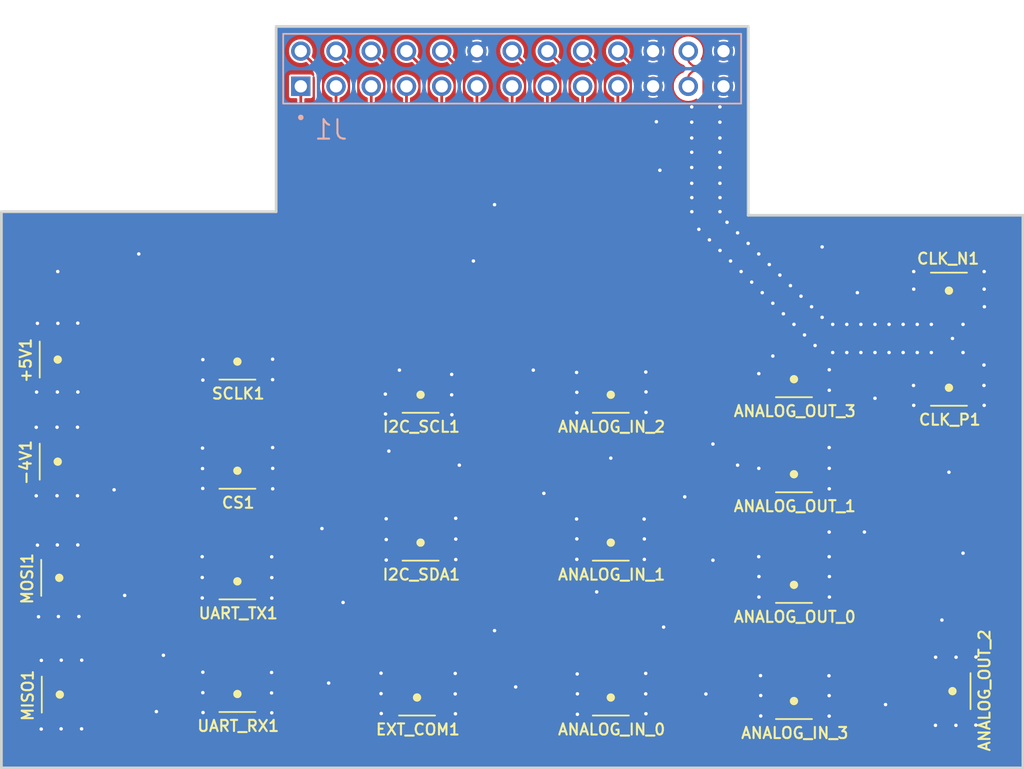
<source format=kicad_pcb>
(kicad_pcb (version 20240108) (generator "pcbnew") (generator_version "8.0")
  (layers (0 "F.Cu" signal) (1 "In1.Cu" signal) (2 "In2.Cu" signal) (31 "B.Cu" signal) (34 "B.Paste" user) (35 "F.Paste" user) (36 "B.SilkS" user "B.Silkscreen") (37 "F.SilkS" user "F.Silkscreen") (38 "B.Mask" user) (39 "F.Mask" user) (44 "Edge.Cuts" user))
  (net 0 "")
  (net 1 "GND")
  (net 2 "/CLK_N")
  (net 3 "/CLK_P")
  (net 4 "/miso")
  (net 5 "/ext_com")
  (net 6 "/cs")
  (net 7 "/uart_rx")
  (net 8 "/ao1")
  (net 9 "/ai3")
  (net 10 "/i2c_sda")
  (net 11 "/ao3")
  (net 12 "/ao2")
  (net 13 "/m4v")
  (net 14 "/i2c_scl")
  (net 15 "/p5v")
  (net 16 "/mosi")
  (net 17 "/sclk")
  (net 18 "/uart_tx")
  (net 19 "/ai2")
  (net 20 "/ao0")
  (net 21 "/ai1")
  (net 22 "/ai0")
  (footprint "U:HRS_U.FL-R-SMT-1(10)" (layer "F.Cu") (at 153.67 50.184 180)
    (property "Reference" "ANALOG_OUT_1")
    (property "Value" "U.FL-R-SMT-1(10)" (hide yes))
  )
  (footprint "U:HRS_U.FL-R-SMT-1(10)" (layer "F.Cu") (at 100.584 41.91 90)
    (property "Reference" "+5V1")
    (property "Value" "U.FL-R-SMT-1(10)" (hide yes))
  )
  (footprint "U:HRS_U.FL-R-SMT-1(10)" (layer "F.Cu") (at 126.746 55.118 180)
    (property "Reference" "I2C_SDA1")
    (property "Value" "U.FL-R-SMT-1(10)" (hide yes))
  )
  (footprint "U:HRS_U.FL-R-SMT-1(10)" (layer "F.Cu") (at 153.67 66.548 180)
    (property "Reference" "ANALOG_IN_3")
    (property "Value" "U.FL-R-SMT-1(10)" (hide yes))
  )
  (footprint "U:HRS_U.FL-R-SMT-1(10)" (layer "F.Cu") (at 100.584 49.276 90)
    (property "Reference" "-4V1")
    (property "Value" "U.FL-R-SMT-1(10)" (hide yes))
  )
  (footprint "U:HRS_U.FL-R-SMT-1(10)" (layer "F.Cu") (at 113.538 66.04 180)
    (property "Reference" "UART_RX1")
    (property "Value" "U.FL-R-SMT-1(10)" (hide yes))
  )
  (footprint "U:HRS_U.FL-R-SMT-1(10)" (layer "F.Cu") (at 140.462 66.294 180)
    (property "Reference" "ANALOG_IN_0")
    (property "Value" "U.FL-R-SMT-1(10)" (hide yes))
  )
  (footprint "U:HRS_U.FL-R-SMT-1(10)" (layer "F.Cu") (at 113.538 57.912 180)
    (property "Reference" "UART_TX1")
    (property "Value" "U.FL-R-SMT-1(10)" (hide yes))
  )
  (footprint "U:HRS_U.FL-R-SMT-1(10)" (layer "F.Cu") (at 126.492 66.294 180)
    (property "Reference" "EXT_COM1")
    (property "Value" "U.FL-R-SMT-1(10)" (hide yes))
  )
  (footprint "U:HRS_U.FL-R-SMT-1(10)" (layer "F.Cu") (at 100.692 57.658 90)
    (property "Reference" "MOSI1")
    (property "Value" "U.FL-R-SMT-1(10)" (hide yes))
  )
  (footprint "U:HRS_U.FL-R-SMT-1(10)" (layer "F.Cu") (at 140.462 55.118 180)
    (property "Reference" "ANALOG_IN_1")
    (property "Value" "U.FL-R-SMT-1(10)" (hide yes))
  )
  (footprint "U:HRS_U.FL-R-SMT-1(10)" (layer "F.Cu") (at 140.462 44.45 180)
    (property "Reference" "ANALOG_IN_2")
    (property "Value" "U.FL-R-SMT-1(10)" (hide yes))
  )
  (footprint "U:HRS_U.FL-R-SMT-1(10)" (layer "F.Cu") (at 164.846 36.938)
    (property "Reference" "CLK_N1")
    (property "Value" "U.FL-R-SMT-1(10)" (hide yes))
  )
  (footprint "U:HRS_U.FL-R-SMT-1(10)" (layer "F.Cu") (at 165.1 65.835 -90)
    (property "Reference" "ANALOG_OUT_2")
    (property "Value" "U.FL-R-SMT-1(10)" (hide yes))
  )
  (footprint "U:HRS_U.FL-R-SMT-1(10)" (layer "F.Cu") (at 113.538 49.93 180)
    (property "Reference" "CS1")
    (property "Value" "U.FL-R-SMT-1(10)" (hide yes))
  )
  (footprint "U:HRS_U.FL-R-SMT-1(10)" (layer "F.Cu") (at 153.67 58.166 180)
    (property "Reference" "ANALOG_OUT_0")
    (property "Value" "U.FL-R-SMT-1(10)" (hide yes))
  )
  (footprint "U:HRS_U.FL-R-SMT-1(10)" (layer "F.Cu") (at 100.733 66.083 90)
    (property "Reference" "MISO1")
    (property "Value" "U.FL-R-SMT-1(10)" (hide yes))
  )
  (footprint "U:HRS_U.FL-R-SMT-1(10)" (layer "F.Cu") (at 153.67 43.326 180)
    (property "Reference" "ANALOG_OUT_3")
    (property "Value" "U.FL-R-SMT-1(10)" (hide yes))
  )
  (footprint "U:HRS_U.FL-R-SMT-1(10)" (layer "F.Cu") (at 164.846 43.942 180)
    (property "Reference" "CLK_P1")
    (property "Value" "U.FL-R-SMT-1(10)" (hide yes))
  )
  (footprint "U:HRS_U.FL-R-SMT-1(10)" (layer "F.Cu") (at 113.538 42.056 180)
    (property "Reference" "SCLK1")
    (property "Value" "U.FL-R-SMT-1(10)" (hide yes))
  )
  (footprint "U:HRS_U.FL-R-SMT-1(10)" (layer "F.Cu") (at 126.746 44.45 180)
    (property "Reference" "I2C_SCL1")
    (property "Value" "U.FL-R-SMT-1(10)" (hide yes))
  )
  (footprint "6-534206-3:TE_6-534206-3" (layer "B.Cu") (at 133.35 20.924)
    (property "Reference" "J1")
    (property "Value" "6-534206-3")
  )
  (gr_line (start 96.52 31.242) (end 96.52 71.374) (stroke (width 0.2)) (layer "Edge.Cuts"))
  (gr_line (start 170.18 71.374) (end 170.18 31.496) (stroke (width 0.2)) (layer "Edge.Cuts"))
  (gr_line (start 96.52 71.374) (end 170.18 71.374) (stroke (width 0.2)) (layer "Edge.Cuts"))
  (gr_line (start 116.332 17.876) (end 116.332 31.242) (stroke (width 0.2)) (layer "Edge.Cuts"))
  (gr_line (start 96.52 31.242) (end 116.332 31.242) (stroke (width 0.2)) (layer "Edge.Cuts"))
  (gr_line (start 150.368 17.876) (end 116.332 17.876) (stroke (width 0.2)) (layer "Edge.Cuts"))
  (gr_line (start 150.368 31.496) (end 170.18 31.496) (stroke (width 0.2)) (layer "Edge.Cuts"))
  (gr_line (start 150.368 17.876) (end 150.368 31.496) (stroke (width 0.2)) (layer "Edge.Cuts"))
  (via (at 152.146 37.846) (size 0.6) (drill 0.25) (layers "F.Cu" "B.Cu") (net 1))
  (via (at 135.636 51.562) (size 0.6) (drill 0.25) (layers "F.Cu" "B.Cu") (net 1))
  (via (at 162.306 45.212) (size 0.6) (drill 0.25) (layers "F.Cu" "B.Cu") (net 1))
  (via (at 102.108 60.452) (size 0.6) (drill 0.25) (layers "F.Cu" "B.Cu") (net 1))
  (via (at 100.837 63.6) (size 0.6) (drill 0.25) (layers "F.Cu" "B.Cu") (net 1))
  (via (at 148.33 29.19) (size 0.6) (drill 0.25) (layers "F.Cu" "B.Cu") (net 1))
  (via (at 150.622 36.322) (size 0.6) (drill 0.25) (layers "F.Cu" "B.Cu") (net 1))
  (via (at 147.32 66.04) (size 0.6) (drill 0.25) (layers "F.Cu" "B.Cu") (net 1))
  (via (at 140.462 49.022) (size 0.6) (drill 0.25) (layers "F.Cu" "B.Cu") (net 1))
  (via (at 161.544 41.402) (size 0.6) (drill 0.25) (layers "F.Cu" "B.Cu") (net 1))
  (via (at 165.862 41.402) (size 0.6) (drill 0.25) (layers "F.Cu" "B.Cu") (net 1))
  (via (at 138.012 56.324) (size 0.6) (drill 0.25) (layers "F.Cu" "B.Cu") (net 1))
  (via (at 165.862 55.88) (size 0.6) (drill 0.25) (layers "F.Cu" "B.Cu") (net 1))
  (via (at 151.892 35.052) (size 0.6) (drill 0.25) (layers "F.Cu" "B.Cu") (net 1))
  (via (at 129.261 67.4686) (size 0.6) (drill 0.25) (layers "F.Cu" "B.Cu") (net 1))
  (via (at 129.281 53.3636) (size 0.6) (drill 0.25) (layers "F.Cu" "B.Cu") (net 1))
  (via (at 146.298 26.95) (size 0.6) (drill 0.25) (layers "F.Cu" "B.Cu") (net 1))
  (via (at 99.198 60.467) (size 0.6) (drill 0.25) (layers "F.Cu" "B.Cu") (net 1))
  (via (at 163.576 39.37) (size 0.6) (drill 0.25) (layers "F.Cu" "B.Cu") (net 1))
  (via (at 111.047 41.915) (size 0.6) (drill 0.25) (layers "F.Cu" "B.Cu") (net 1))
  (via (at 100.584 35.56) (size 0.6) (drill 0.25) (layers "F.Cu" "B.Cu") (net 1))
  (via (at 100.827 68.555) (size 0.6) (drill 0.25) (layers "F.Cu" "B.Cu") (net 1))
  (via (at 99.402 63.615) (size 0.6) (drill 0.25) (layers "F.Cu" "B.Cu") (net 1))
  (via (at 107.696 67.31) (size 0.6) (drill 0.25) (layers "F.Cu" "B.Cu") (net 1))
  (via (at 129.246 66.0336) (size 0.6) (drill 0.25) (layers "F.Cu" "B.Cu") (net 1))
  (via (at 156.215 42.648) (size 0.6) (drill 0.25) (layers "F.Cu" "B.Cu") (net 1))
  (via (at 147.828 56.388) (size 0.6) (drill 0.25) (layers "F.Cu" "B.Cu") (net 1))
  (via (at 116.001 64.4886) (size 0.6) (drill 0.25) (layers "F.Cu" "B.Cu") (net 1))
  (via (at 116.018 57.643) (size 0.6) (drill 0.25) (layers "F.Cu" "B.Cu") (net 1))
  (via (at 102.008 46.791) (size 0.6) (drill 0.25) (layers "F.Cu" "B.Cu") (net 1))
  (via (at 116.083 51.235) (size 0.6) (drill 0.25) (layers "F.Cu" "B.Cu") (net 1))
  (via (at 99.033 46.796) (size 0.6) (drill 0.25) (layers "F.Cu" "B.Cu") (net 1))
  (via (at 116.013 56.143) (size 0.6) (drill 0.25) (layers "F.Cu" "B.Cu") (net 1))
  (via (at 144.272 61.214) (size 0.6) (drill 0.25) (layers "F.Cu" "B.Cu") (net 1))
  (via (at 162.56 41.402) (size 0.6) (drill 0.25) (layers "F.Cu" "B.Cu") (net 1))
  (via (at 150.368 33.528) (size 0.6) (drill 0.25) (layers "F.Cu" "B.Cu") (net 1))
  (via (at 167.386 45.212) (size 0.6) (drill 0.25) (layers "F.Cu" "B.Cu") (net 1))
  (via (at 151.259 64.715) (size 0.6) (drill 0.25) (layers "F.Cu" "B.Cu") (net 1))
  (via (at 151.145 59.044) (size 0.6) (drill 0.25) (layers "F.Cu" "B.Cu") (net 1))
  (via (at 156.209 66.16) (size 0.6) (drill 0.25) (layers "F.Cu" "B.Cu") (net 1))
  (via (at 163.884 63.3868) (size 0.6) (drill 0.25) (layers "F.Cu" "B.Cu") (net 1))
  (via (at 102.03 55.285) (size 0.6) (drill 0.25) (layers "F.Cu" "B.Cu") (net 1))
  (via (at 148.33 25.92) (size 0.6) (drill 0.25) (layers "F.Cu" "B.Cu") (net 1))
  (via (at 146.298 28.05) (size 0.6) (drill 0.25) (layers "F.Cu" "B.Cu") (net 1))
  (via (at 144 28.25) (size 0.6) (drill 0.25) (layers "F.Cu" "B.Cu") (net 1))
  (via (at 116.083 49.76) (size 0.6) (drill 0.25) (layers "F.Cu" "B.Cu") (net 1))
  (via (at 158.496 41.402) (size 0.6) (drill 0.25) (layers "F.Cu" "B.Cu") (net 1))
  (via (at 129.286 56.3386) (size 0.6) (drill 0.25) (layers "F.Cu" "B.Cu") (net 1))
  (via (at 102.033 44.251) (size 0.6) (drill 0.25) (layers "F.Cu" "B.Cu") (net 1))
  (via (at 111.046 64.4686) (size 0.6) (drill 0.25) (layers "F.Cu" "B.Cu") (net 1))
  (via (at 124.271 54.8986) (size 0.6) (drill 0.25) (layers "F.Cu" "B.Cu") (net 1))
  (via (at 156.464 41.402) (size 0.6) (drill 0.25) (layers "F.Cu" "B.Cu") (net 1))
  (via (at 137.997 53.414) (size 0.6) (drill 0.25) (layers "F.Cu" "B.Cu") (net 1))
  (via (at 124.46 48.514) (size 0.6) (drill 0.25) (layers "F.Cu" "B.Cu") (net 1))
  (via (at 99.058 44.256) (size 0.6) (drill 0.25) (layers "F.Cu" "B.Cu") (net 1))
  (via (at 151.145 57.569) (size 0.6) (drill 0.25) (layers "F.Cu" "B.Cu") (net 1))
  (via (at 154.94 38.1) (size 0.6) (drill 0.25) (layers "F.Cu" "B.Cu") (net 1))
  (via (at 153.416 36.576) (size 0.6) (drill 0.25) (layers "F.Cu" "B.Cu") (net 1))
  (via (at 108.204 63.246) (size 0.6) (drill 0.25) (layers "F.Cu" "B.Cu") (net 1))
  (via (at 153.67 39.37) (size 0.6) (drill 0.25) (layers "F.Cu" "B.Cu") (net 1))
  (via (at 129.286 54.8636) (size 0.6) (drill 0.25) (layers "F.Cu" "B.Cu") (net 1))
  (via (at 148.336 31.242) (size 0.6) (drill 0.25) (layers "F.Cu" "B.Cu") (net 1))
  (via (at 151.13 34.29) (size 0.6) (drill 0.25) (layers "F.Cu" "B.Cu") (net 1))
  (via (at 129.246 64.5586) (size 0.6) (drill 0.25) (layers "F.Cu" "B.Cu") (net 1))
  (via (at 148.33 26.95) (size 0.6) (drill 0.25) (layers "F.Cu" "B.Cu") (net 1))
  (via (at 158.75 54.356) (size 0.6) (drill 0.25) (layers "F.Cu" "B.Cu") (net 1))
  (via (at 156.194 64.725) (size 0.6) (drill 0.25) (layers "F.Cu" "B.Cu") (net 1))
  (via (at 120.118092 65.250947) (size 0.6) (drill 0.25) (layers "F.Cu" "B.Cu") (net 1))
  (via (at 129.004 45.89) (size 0.6) (drill 0.25) (layers "F.Cu" "B.Cu") (net 1))
  (via (at 102.302 68.555) (size 0.6) (drill 0.25) (layers "F.Cu" "B.Cu") (net 1))
  (via (at 148.336 30.226) (size 0.6) (drill 0.25) (layers "F.Cu" "B.Cu") (net 1))
  (via (at 142.882 56.329) (size 0.6) (drill 0.25) (layers "F.Cu" "B.Cu") (net 1))
  (via (at 165.349 68.3018) (size 0.6) (drill 0.25) (layers "F.Cu" "B.Cu") (net 1))
  (via (at 111.003 59.109) (size 0.6) (drill 0.25) (layers "F.Cu" "B.Cu") (net 1))
  (via (at 167.401 38.1) (size 0.6) (drill 0.25) (layers "F.Cu" "B.Cu") (net 1))
  (via (at 155.702 38.862) (size 0.6) (drill 0.25) (layers "F.Cu" "B.Cu") (net 1))
  (via (at 156.209 67.635) (size 0.6) (drill 0.25) (layers "F.Cu" "B.Cu") (net 1))
  (via (at 99.12 55.3) (size 0.6) (drill 0.25) (layers "F.Cu" "B.Cu") (net 1))
  (via (at 166.794 63.3718) (size 0.6) (drill 0.25) (layers "F.Cu" "B.Cu") (net 1))
  (via (at 163.874 68.3018) (size 0.6) (drill 0.25) (layers "F.Cu" "B.Cu") (net 1))
  (via (at 149.606 32.766) (size 0.6) (drill 0.25) (layers "F.Cu" "B.Cu") (net 1))
  (via (at 164.846 50.038) (size 0.6) (drill 0.25) (layers "F.Cu" "B.Cu") (net 1))
  (via (at 156.215 49.76) (size 0.6) (drill 0.25) (layers "F.Cu" "B.Cu") (net 1))
  (via (at 99.392 68.57) (size 0.6) (drill 0.25) (layers "F.Cu" "B.Cu") (net 1))
  (via (at 162.306 35.56) (size 0.6) (drill 0.25) (layers "F.Cu" "B.Cu") (net 1))
  (via (at 128.989 44.455) (size 0.6) (drill 0.25) (layers "F.Cu" "B.Cu") (net 1))
  (via (at 152.908 38.608) (size 0.6) (drill 0.25) (layers "F.Cu" "B.Cu") (net 1))
  (via (at 160.528 41.402) (size 0.6) (drill 0.25) (layers "F.Cu" "B.Cu") (net 1))
  (via (at 124.271 56.3736) (size 0.6) (drill 0.25) (layers "F.Cu" "B.Cu") (net 1))
  (via (at 110.998 56.134) (size 0.6) (drill 0.25) (layers "F.Cu" "B.Cu") (net 1))
  (via (at 111.023 48.299) (size 0.6) (drill 0.25) (layers "F.Cu" "B.Cu") (net 1))
  (via (at 146.304 30.226) (size 0.6) (drill 0.25) (layers "F.Cu" "B.Cu") (net 1))
  (via (at 148.844 32.004) (size 0.6) (drill 0.25) (layers "F.Cu" "B.Cu") (net 1))
  (via (at 129.54 49.53) (size 0.6) (drill 0.25) (layers "F.Cu" "B.Cu") (net 1))
  (via (at 121.158 59.436) (size 0.6) (drill 0.25) (layers "F.Cu" "B.Cu") (net 1))
  (via (at 156.464 39.37) (size 0.6) (drill 0.25) (layers "F.Cu" "B.Cu") (net 1))
  (via (at 165.1 40.386) (size 0.6) (drill 0.25) (layers "F.Cu" "B.Cu") (net 1))
  (via (at 142.882 54.854) (size 0.6) (drill 0.25) (layers "F.Cu" "B.Cu") (net 1))
  (via (at 160.274 66.802) (size 0.6) (drill 0.25) (layers "F.Cu" "B.Cu") (net 1))
  (via (at 149.098 34.798) (size 0.6) (drill 0.25) (layers "F.Cu" "B.Cu") (net 1))
  (via (at 100.555 55.285) (size 0.6) (drill 0.25) (layers "F.Cu" "B.Cu") (net 1))
  (via (at 156.215 44.123) (size 0.6) (drill 0.25) (layers "F.Cu" "B.Cu") (net 1))
  (via (at 148.33 24.78) (size 0.6) (drill 0.25) (layers "F.Cu" "B.Cu") (net 1))
  (via (at 165.862 39.37) (size 0.6) (drill 0.25) (layers "F.Cu" "B.Cu") (net 1))
  (via (at 104.648 51.308) (size 0.6) (drill 0.25) (layers "F.Cu" "B.Cu") (net 1))
  (via (at 154.178 37.338) (size 0.6) (drill 0.25) (layers "F.Cu" "B.Cu") (net 1))
  (via (at 123.896 66.0136) (size 0.6) (drill 0.25) (layers "F.Cu" "B.Cu") (net 1))
  (via (at 138.041 64.595) (size 0.6) (drill 0.25) (layers "F.Cu" "B.Cu") (net 1))
  (via (at 128.989 42.98) (size 0.6) (drill 0.25) (layers "F.Cu" "B.Cu") (net 1))
  (via (at 156.215 51.235) (size 0.6) (drill 0.25) (layers "F.Cu" "B.Cu") (net 1))
  (via (at 142.981 64.555) (size 0.6) (drill 0.25) (layers "F.Cu" "B.Cu") (net 1))
  (via (at 124.266 53.3986) (size 0.6) (drill 0.25) (layers "F.Cu" "B.Cu") (net 1))
  (via (at 138.012 45.7476) (size 0.6) (drill 0.25) (layers "F.Cu" "B.Cu") (net 1))
  (via (at 156.225 59.044) (size 0.6) (drill 0.25) (layers "F.Cu" "B.Cu") (net 1))
  (via (at 162.306 36.83) (size 0.6) (drill 0.25) (layers "F.Cu" "B.Cu") (net 1))
  (via (at 161.544 39.37) (size 0.6) (drill 0.25) (layers "F.Cu" "B.Cu") (net 1))
  (via (at 162.56 39.37) (size 0.6) (drill 0.25) (layers "F.Cu" "B.Cu") (net 1))
  (via (at 116.077 43.36) (size 0.6) (drill 0.25) (layers "F.Cu" "B.Cu") (net 1))
  (via (at 132.08 30.734) (size 0.6) (drill 0.25) (layers "F.Cu" "B.Cu") (net 1))
  (via (at 151.274 67.625) (size 0.6) (drill 0.25) (layers "F.Cu" "B.Cu") (net 1))
  (via (at 156.21 54.356) (size 0.6) (drill 0.25) (layers "F.Cu" "B.Cu") (net 1))
  (via (at 149.606 49.53) (size 0.6) (drill 0.25) (layers "F.Cu" "B.Cu") (net 1))
  (via (at 146.298 23.68) (size 0.6) (drill 0.25) (layers "F.Cu" "B.Cu") (net 1))
  (via (at 159.512 39.37) (size 0.6) (drill 0.25) (layers "F.Cu" "B.Cu") (net 1))
  (via (at 167.386 35.56) (size 0.6) (drill 0.25) (layers "F.Cu" "B.Cu") (net 1))
  (via (at 149.86 35.56) (size 0.6) (drill 0.25) (layers "F.Cu" "B.Cu") (net 1))
  (via (at 156.21 56.134) (size 0.6) (drill 0.25) (layers "F.Cu" "B.Cu") (net 1))
  (via (at 100.533 51.736) (size 0.6) (drill 0.25) (layers "F.Cu" "B.Cu") (net 1))
  (via (at 105.41 58.928) (size 0.6) (drill 0.25) (layers "F.Cu" "B.Cu") (net 1))
  (via (at 143.002 44.245) (size 0.6) (drill 0.25) (layers "F.Cu" "B.Cu") (net 1))
  (via (at 111.061 67.3786) (size 0.6) (drill 0.25) (layers "F.Cu" "B.Cu") (net 1))
  (via (at 116.016 67.3986) (size 0.6) (drill 0.25) (layers "F.Cu" "B.Cu") (net 1))
  (via (at 167.386 36.83) (size 0.6) (drill 0.25) (layers "F.Cu" "B.Cu") (net 1))
  (via (at 134.874 42.672) (size 0.6) (drill 0.25) (layers "F.Cu" "B.Cu") (net 1))
  (via (at 102.028 39.281) (size 0.6) (drill 0.25) (layers "F.Cu" "B.Cu") (net 1))
  (via (at 143.002 45.72) (size 0.6) (drill 0.25) (layers "F.Cu" "B.Cu") (net 1))
  (via (at 124.206 44.401) (size 0.6) (drill 0.25) (layers "F.Cu" "B.Cu") (net 1))
  (via (at 159.512 41.402) (size 0.6) (drill 0.25) (layers "F.Cu" "B.Cu") (net 1))
  (via (at 143.75 24.75) (size 0.6) (drill 0.25) (layers "F.Cu" "B.Cu") (net 1))
  (via (at 106.426 34.29) (size 0.6) (drill 0.25) (layers "F.Cu" "B.Cu") (net 1))
  (via (at 167.371 42.302) (size 0.6) (drill 0.25) (layers "F.Cu" "B.Cu") (net 1))
  (via (at 157.48 41.402) (size 0.6) (drill 0.25) (layers "F.Cu" "B.Cu") (net 1))
  (via (at 146.304 31.242) (size 0.6) (drill 0.25) (layers "F.Cu" "B.Cu") (net 1))
  (via (at 100.533 46.791) (size 0.6) (drill 0.25) (layers "F.Cu" "B.Cu") (net 1))
  (via (at 142.867 53.419) (size 0.6) (drill 0.25) (layers "F.Cu" "B.Cu") (net 1))
  (via (at 146.298 24.78) (size 0.6) (drill 0.25) (layers "F.Cu" "B.Cu") (net 1))
  (via (at 124.221 45.836) (size 0.6) (drill 0.25) (layers "F.Cu" "B.Cu") (net 1))
  (via (at 138.012 44.2726) (size 0.6) (drill 0.25) (layers "F.Cu" "B.Cu") (net 1))
  (via (at 116.077 41.885) (size 0.6) (drill 0.25) (layers "F.Cu" "B.Cu") (net 1))
  (via (at 138.012 54.849) (size 0.6) (drill 0.25) (layers "F.Cu" "B.Cu") (net 1))
  (via (at 163.576 41.402) (size 0.6) (drill 0.25) (layers "F.Cu" "B.Cu") (net 1))
  (via (at 100.593 39.296) (size 0.6) (drill 0.25) (layers "F.Cu" "B.Cu") (net 1))
  (via (at 148.33 28.05) (size 0.6) (drill 0.25) (layers "F.Cu" "B.Cu") (net 1))
  (via (at 158.242 37.084) (size 0.6) (drill 0.25) (layers "F.Cu" "B.Cu") (net 1))
  (via (at 151.135 49.76) (size 0.6) (drill 0.25) (layers "F.Cu" "B.Cu") (net 1))
  (via (at 147.574 33.274) (size 0.6) (drill 0.25) (layers "F.Cu" "B.Cu") (net 1))
  (via (at 142.987 42.81) (size 0.6) (drill 0.25) (layers "F.Cu" "B.Cu") (net 1))
  (via (at 160.528 39.37) (size 0.6) (drill 0.25) (layers "F.Cu" "B.Cu") (net 1))
  (via (at 167.371 43.777) (size 0.6) (drill 0.25) (layers "F.Cu" "B.Cu") (net 1))
  (via (at 152.146 41.656) (size 0.6) (drill 0.25) (layers "F.Cu" "B.Cu") (net 1))
  (via (at 116.001 65.9636) (size 0.6) (drill 0.25) (layers "F.Cu" "B.Cu") (net 1))
  (via (at 156.225 57.569) (size 0.6) (drill 0.25) (layers "F.Cu" "B.Cu") (net 1))
  (via (at 157.48 39.37) (size 0.6) (drill 0.25) (layers "F.Cu" "B.Cu") (net 1))
  (via (at 102.312 63.6) (size 0.6) (drill 0.25) (layers "F.Cu" "B.Cu") (net 1))
  (via (at 154.432 40.132) (size 0.6) (drill 0.25) (layers "F.Cu" "B.Cu") (net 1))
  (via (at 132.08 61.468) (size 0.6) (drill 0.25) (layers "F.Cu" "B.Cu") (net 1))
  (via (at 142.996 67.465) (size 0.6) (drill 0.25) (layers "F.Cu" "B.Cu") (net 1))
  (via (at 151.274 66.15) (size 0.6) (drill 0.25) (layers "F.Cu" "B.Cu") (net 1))
  (via (at 159.512 44.704) (size 0.6) (drill 0.25) (layers "F.Cu" "B.Cu") (net 1))
  (via (at 125.222 42.672) (size 0.6) (drill 0.25) (layers "F.Cu" "B.Cu") (net 1))
  (via (at 151.384 37.084) (size 0.6) (drill 0.25) (layers "F.Cu" "B.Cu") (net 1))
  (via (at 123.911 67.4486) (size 0.6) (drill 0.25) (layers "F.Cu" "B.Cu") (net 1))
  (via (at 100.558 44.251) (size 0.6) (drill 0.25) (layers "F.Cu" "B.Cu") (net 1))
  (via (at 145.796 51.816) (size 0.6) (drill 0.25) (layers "F.Cu" "B.Cu") (net 1))
  (via (at 116.018 59.118) (size 0.6) (drill 0.25) (layers "F.Cu" "B.Cu") (net 1))
  (via (at 111.046 65.9436) (size 0.6) (drill 0.25) (layers "F.Cu" "B.Cu") (net 1))
  (via (at 99.118 39.296) (size 0.6) (drill 0.25) (layers "F.Cu" "B.Cu") (net 1))
  (via (at 138.056 66.03) (size 0.6) (drill 0.25) (layers "F.Cu" "B.Cu") (net 1))
  (via (at 142.981 66.03) (size 0.6) (drill 0.25) (layers "F.Cu" "B.Cu") (net 1))
  (via (at 111.023 49.774) (size 0.6) (drill 0.25) (layers "F.Cu" "B.Cu") (net 1))
  (via (at 139.446 58.674) (size 0.6) (drill 0.25) (layers "F.Cu" "B.Cu") (net 1))
  (via (at 147.828 48.006) (size 0.6) (drill 0.25) (layers "F.Cu" "B.Cu") (net 1))
  (via (at 158.496 39.37) (size 0.6) (drill 0.25) (layers "F.Cu" "B.Cu") (net 1))
  (via (at 164.338 60.706) (size 0.6) (drill 0.25) (layers "F.Cu" "B.Cu") (net 1))
  (via (at 138.056 67.505) (size 0.6) (drill 0.25) (layers "F.Cu" "B.Cu") (net 1))
  (via (at 152.654 35.814) (size 0.6) (drill 0.25) (layers "F.Cu" "B.Cu") (net 1))
  (via (at 151.13 56.134) (size 0.6) (drill 0.25) (layers "F.Cu" "B.Cu") (net 1))
  (via (at 155.702 33.782) (size 0.6) (drill 0.25) (layers "F.Cu" "B.Cu") (net 1))
  (via (at 151.135 42.926) (size 0.6) (drill 0.25) (layers "F.Cu" "B.Cu") (net 1))
  (via (at 102.008 51.736) (size 0.6) (drill 0.25) (layers "F.Cu" "B.Cu") (net 1))
  (via (at 155.194 40.894) (size 0.6) (drill 0.25) (layers "F.Cu" "B.Cu") (net 1))
  (via (at 148.336 34.036) (size 0.6) (drill 0.25) (layers "F.Cu" "B.Cu") (net 1))
  (via (at 162.291 43.777) (size 0.6) (drill 0.25) (layers "F.Cu" "B.Cu") (net 1))
  (via (at 111.047 43.39) (size 0.6) (drill 0.25) (layers "F.Cu" "B.Cu") (net 1))
  (via (at 116.078 48.26) (size 0.6) (drill 0.25) (layers "F.Cu" "B.Cu") (net 1))
  (via (at 146.298 25.92) (size 0.6) (drill 0.25) (layers "F.Cu" "B.Cu") (net 1))
  (via (at 165.359 63.3868) (size 0.6) (drill 0.25) (layers "F.Cu" "B.Cu") (net 1))
  (via (at 146.298 29.19) (size 0.6) (drill 0.25) (layers "F.Cu" "B.Cu") (net 1))
  (via (at 119.634 54.102) (size 0.6) (drill 0.25) (layers "F.Cu" "B.Cu") (net 1))
  (via (at 130.556 34.798) (size 0.6) (drill 0.25) (layers "F.Cu" "B.Cu") (net 1))
  (via (at 166.784 68.2868) (size 0.6) (drill 0.25) (layers "F.Cu" "B.Cu") (net 1))
  (via (at 100.633 60.452) (size 0.6) (drill 0.25) (layers "F.Cu" "B.Cu") (net 1))
  (via (at 156.21 48.26) (size 0.6) (drill 0.25) (layers "F.Cu" "B.Cu") (net 1))
  (via (at 111.003 57.634) (size 0.6) (drill 0.25) (layers "F.Cu" "B.Cu") (net 1))
  (via (at 123.896 64.5386) (size 0.6) (drill 0.25) (layers "F.Cu" "B.Cu") (net 1))
  (via (at 146.812 32.512) (size 0.6) (drill 0.25) (layers "F.Cu" "B.Cu") (net 1))
  (via (at 137.997 42.8376) (size 0.6) (drill 0.25) (layers "F.Cu" "B.Cu") (net 1))
  (via (at 148.33 23.68) (size 0.6) (drill 0.25) (layers "F.Cu" "B.Cu") (net 1))
  (via (at 111.038 51.209) (size 0.6) (drill 0.25) (layers "F.Cu" "B.Cu") (net 1))
  (via (at 133.604 65.532) (size 0.6) (drill 0.25) (layers "F.Cu" "B.Cu") (net 1))
  (via (at 99.033 51.741) (size 0.6) (drill 0.25) (layers "F.Cu" "B.Cu") (net 1))
  (segment (start 147.379106 21.094978) (end 147.134728 20.8506) (width 0.1524) (layer "F.Cu") (net 2))
  (segment (start 155.735471 39.918407) (end 147.787593 31.970529) (width 0.1524) (layer "F.Cu") (net 2))
  (segment (start 163.844486 40.2113) (end 156.442578 40.2113) (width 0.1524) (layer "F.Cu") (net 2))
  (segment (start 164.846 38.463) (end 164.846 39.209786) (width 0.1524) (layer "F.Cu") (net 2))
  (segment (start 164.553107 39.916893) (end 164.551593 39.918407) (width 0.1524) (layer "F.Cu") (net 2))
  (segment (start 147.4947 28.082568) (end 147.4947 27.751339) (width 0.1524) (layer "F.Cu") (net 2))
  (segment (start 146.267706 20.616285) (end 146.168721 20.5173) (width 0.1524) (layer "F.Cu") (net 2))
  (segment (start 147.496263 27.749776) (end 147.496263 21.37782) (width 0.1524) (layer "F.Cu") (net 2))
  (segment (start 146.051563 20.234457) (end 146.051563 19.638142) (width 0.1524) (layer "F.Cu") (net 2))
  (segment (start 147.4947 31.263422) (end 147.4947 28.082568) (width 0.1524) (layer "F.Cu") (net 2))
  (segment (start 147.4947 27.751339) (end 147.496263 27.749776) (width 0.1524) (layer "F.Cu") (net 2))
  (segment (start 146.851885 20.733442) (end 146.550548 20.733442) (width 0.1524) (layer "F.Cu") (net 2))
  (arc (start 147.134728 20.8506) (mid 147.004959 20.76389) (end 146.851885 20.733442) (width 0.1524) (layer "F.Cu") (net 2))
  (arc (start 146.550548 20.733442) (mid 146.397475 20.702994) (end 146.267706 20.616285) (width 0.1524) (layer "F.Cu") (net 2))
  (arc (start 164.551593 39.918407) (mid 164.22717 40.13518) (end 163.844486 40.2113) (width 0.1524) (layer "F.Cu") (net 2))
  (arc (start 164.846 39.209786) (mid 164.76988 39.59247) (end 164.553107 39.916893) (width 0.1524) (layer "F.Cu") (net 2))
  (arc (start 156.442578 40.2113) (mid 156.059894 40.13518) (end 155.735471 39.918407) (width 0.1524) (layer "F.Cu") (net 2))
  (arc (start 147.787593 31.970529) (mid 147.57082 31.646105) (end 147.4947 31.263422) (width 0.1524) (layer "F.Cu") (net 2))
  (arc (start 147.496263 21.37782) (mid 147.465815 21.224747) (end 147.379106 21.094978) (width 0.1524) (layer "F.Cu") (net 2))
  (arc (start 146.168721 20.5173) (mid 146.082012 20.387531) (end 146.051563 20.234457) (width 0.1524) (layer "F.Cu") (net 2))
  (segment (start 147.146863 22.211438) (end 147.146863 27.616068) (width 0.1524) (layer "F.Cu") (net 3))
  (segment (start 147.1453 27.617631) (end 147.146863 27.616068) (width 0.1524) (layer "F.Cu") (net 3))
  (segment (start 146.550548 21.082842) (end 146.707157 21.082842) (width 0.1524) (layer "F.Cu") (net 3))
  (segment (start 164.846 41.562214) (end 164.846 42.417) (width 0.1524) (layer "F.Cu") (net 3))
  (segment (start 146.99 21.2) (end 147.029706 21.239706) (width 0.1524) (layer "F.Cu") (net 3))
  (segment (start 146.168721 21.298984) (end 146.267706 21.199999) (width 0.1524) (layer "F.Cu") (net 3))
  (segment (start 147.1453 28.227296) (end 147.1453 27.617631) (width 0.1524) (layer "F.Cu") (net 3))
  (segment (start 164.551593 40.853593) (end 164.553107 40.855107) (width 0.1524) (layer "F.Cu") (net 3))
  (segment (start 147.1453 28.227296) (end 147.1453 31.40815) (width 0.1524) (layer "F.Cu") (net 3))
  (segment (start 147.146863 21.522548) (end 147.146863 22.211438) (width 0.1524) (layer "F.Cu") (net 3))
  (segment (start 146.051563 22.178142) (end 146.051563 21.581827) (width 0.1524) (layer "F.Cu") (net 3))
  (segment (start 147.438193 32.115257) (end 155.590743 40.267807) (width 0.1524) (layer "F.Cu") (net 3))
  (segment (start 156.29785 40.5607) (end 163.844486 40.5607) (width 0.1524) (layer "F.Cu") (net 3))
  (arc (start 146.267706 21.199999) (mid 146.397475 21.11329) (end 146.550548 21.082842) (width 0.1524) (layer "F.Cu") (net 3))
  (arc (start 155.590743 40.267807) (mid 155.915166 40.48458) (end 156.29785 40.5607) (width 0.1524) (layer "F.Cu") (net 3))
  (arc (start 164.553107 40.855107) (mid 164.76988 41.17953) (end 164.846 41.562214) (width 0.1524) (layer "F.Cu") (net 3))
  (arc (start 163.844486 40.5607) (mid 164.22717 40.63682) (end 164.551593 40.853593) (width 0.1524) (layer "F.Cu") (net 3))
  (arc (start 146.707157 21.082842) (mid 146.860231 21.113291) (end 146.99 21.2) (width 0.1524) (layer "F.Cu") (net 3))
  (arc (start 146.051563 21.581827) (mid 146.082011 21.428753) (end 146.168721 21.298984) (width 0.1524) (layer "F.Cu") (net 3))
  (arc (start 147.1453 31.40815) (mid 147.22142 31.790833) (end 147.438193 32.115257) (width 0.1524) (layer "F.Cu") (net 3))
  (arc (start 147.029706 21.239706) (mid 147.116415 21.369475) (end 147.146863 21.522548) (width 0.1524) (layer "F.Cu") (net 3))
  (segment (start 102.258 65.89) (end 107.833321 60.314679) (width 0.2) (layer "F.Cu") (net 4))
  (segment (start 118.73468 37.47532) (end 121.041321 35.168679) (width 0.2) (layer "F.Cu") (net 4))
  (segment (start 109.59068 41.53932) (end 111.897321 39.232679) (width 0.2) (layer "F.Cu") (net 4))
  (segment (start 102.258 66.083) (end 102.258 65.89) (width 0.2) (layer "F.Cu") (net 4))
  (segment (start 121.92 33.047359) (end 121.92 21.752427) (width 0.2) (layer "F.Cu") (net 4))
  (segment (start 121.334213 20.338213) (end 120.65 19.654) (width 0.2) (layer "F.Cu") (net 4))
  (segment (start 108.712 58.193359) (end 108.712 43.660641) (width 0.2) (layer "F.Cu") (net 4))
  (segment (start 114.018641 38.354) (end 116.613359 38.354) (width 0.2) (layer "F.Cu") (net 4))
  (arc (start 111.897321 39.232679) (mid 112.870591 38.582361) (end 114.018641 38.354) (width 0.2) (layer "F.Cu") (net 4))
  (arc (start 108.712 43.660641) (mid 108.940361 42.51259) (end 109.59068 41.53932) (width 0.2) (layer "F.Cu") (net 4))
  (arc (start 116.613359 38.354) (mid 117.76141 38.125639) (end 118.73468 37.47532) (width 0.2) (layer "F.Cu") (net 4))
  (arc (start 107.833321 60.314679) (mid 108.483639 59.341409) (end 108.712 58.193359) (width 0.2) (layer "F.Cu") (net 4))
  (arc (start 121.041321 35.168679) (mid 121.691639 34.195409) (end 121.92 33.047359) (width 0.2) (layer "F.Cu") (net 4))
  (arc (start 121.334213 20.338213) (mid 121.767759 20.98706) (end 121.92 21.752427) (width 0.2) (layer "F.Cu") (net 4))
  (segment (start 131.826 55.399359) (end 131.826 33.434214) (width 0.2) (layer "F.Cu") (net 5))
  (segment (start 126.492 64.769) (end 126.492 63.218641) (width 0.2) (layer "F.Cu") (net 5))
  (segment (start 130.81 31.589786) (end 130.81 22.194) (width 0.2) (layer "F.Cu") (net 5))
  (segment (start 131.533107 32.727107) (end 131.102893 32.296893) (width 0.2) (layer "F.Cu") (net 5))
  (segment (start 127.37068 61.09732) (end 130.947321 57.520679) (width 0.2) (layer "F.Cu") (net 5))
  (arc (start 131.102893 32.296893) (mid 130.88612 31.97247) (end 130.81 31.589786) (width 0.2) (layer "F.Cu") (net 5))
  (arc (start 131.826 33.434214) (mid 131.74988 33.051531) (end 131.533107 32.727107) (width 0.2) (layer "F.Cu") (net 5))
  (arc (start 126.492 63.218641) (mid 126.720361 62.07059) (end 127.37068 61.09732) (width 0.2) (layer "F.Cu") (net 5))
  (arc (start 130.947321 57.520679) (mid 131.597639 56.547409) (end 131.826 55.399359) (width 0.2) (layer "F.Cu") (net 5))
  (segment (start 123.874213 20.338213) (end 123.19 19.654) (width 0.2) (layer "F.Cu") (net 6))
  (segment (start 124.46 35.333359) (end 124.46 21.752427) (width 0.2) (layer "F.Cu") (net 6))
  (segment (start 114.123787 46.912213) (end 123.581321 37.454679) (width 0.2) (layer "F.Cu") (net 6))
  (segment (start 113.538 48.405) (end 113.538 48.326427) (width 0.2) (layer "F.Cu") (net 6))
  (arc (start 124.46 21.752427) (mid 124.307759 20.98706) (end 123.874213 20.338213) (width 0.2) (layer "F.Cu") (net 6))
  (arc (start 123.581321 37.454679) (mid 124.231639 36.481409) (end 124.46 35.333359) (width 0.2) (layer "F.Cu") (net 6))
  (arc (start 113.538 48.326427) (mid 113.690241 47.56106) (end 114.123787 46.912213) (width 0.2) (layer "F.Cu") (net 6))
  (segment (start 126.414213 20.338213) (end 125.73 19.654) (width 0.2) (layer "F.Cu") (net 7))
  (segment (start 114.123787 62.914213) (end 120.787321 56.250679) (width 0.2) (layer "F.Cu") (net 7))
  (segment (start 127 37.873359) (end 127 21.752427) (width 0.2) (layer "F.Cu") (net 7))
  (segment (start 113.538 64.515) (end 113.538 64.328427) (width 0.2) (layer "F.Cu") (net 7))
  (segment (start 121.666 54.129359) (end 121.666 45.692641) (width 0.2) (layer "F.Cu") (net 7))
  (segment (start 122.54468 43.57132) (end 126.121321 39.994679) (width 0.2) (layer "F.Cu") (net 7))
  (arc (start 113.538 64.328427) (mid 113.690241 63.56306) (end 114.123787 62.914213) (width 0.2) (layer "F.Cu") (net 7))
  (arc (start 126.121321 39.994679) (mid 126.771639 39.021409) (end 127 37.873359) (width 0.2) (layer "F.Cu") (net 7))
  (arc (start 120.787321 56.250679) (mid 121.437639 55.277409) (end 121.666 54.129359) (width 0.2) (layer "F.Cu") (net 7))
  (arc (start 121.666 45.692641) (mid 121.894362 44.54459) (end 122.54468 43.57132) (width 0.2) (layer "F.Cu") (net 7))
  (arc (start 126.414213 20.338213) (mid 126.847759 20.98706) (end 127 21.752427) (width 0.2) (layer "F.Cu") (net 7))
  (segment (start 147.45732 39.50732) (end 140.578679 32.628679) (width 0.2) (layer "F.Cu") (net 8))
  (segment (start 153.67 48.659) (end 153.271 48.26) (width 0.2) (layer "F.Cu") (net 8))
  (segment (start 153.271 48.26) (end 152.626641 48.26) (width 0.2) (layer "F.Cu") (net 8))
  (segment (start 139.7 30.507359) (end 139.7 21.752427) (width 0.2) (layer "F.Cu") (net 8))
  (segment (start 150.50532 47.38132) (end 149.214679 46.090679) (width 0.2) (layer "F.Cu") (net 8))
  (segment (start 148.336 43.969359) (end 148.336 41.628641) (width 0.2) (layer "F.Cu") (net 8))
  (segment (start 139.114213 20.338213) (end 138.43 19.654) (width 0.2) (layer "F.Cu") (net 8))
  (arc (start 140.578679 32.628679) (mid 139.928361 31.655409) (end 139.7 30.507359) (width 0.2) (layer "F.Cu") (net 8))
  (arc (start 152.626641 48.26) (mid 151.47859 48.031638) (end 150.50532 47.38132) (width 0.2) (layer "F.Cu") (net 8))
  (arc (start 148.336 41.628641) (mid 148.107639 40.48059) (end 147.45732 39.50732) (width 0.2) (layer "F.Cu") (net 8))
  (arc (start 139.114213 20.338213) (mid 139.547759 20.98706) (end 139.7 21.752427) (width 0.2) (layer "F.Cu") (net 8))
  (arc (start 149.214679 46.090679) (mid 148.564361 45.117409) (end 148.336 43.969359) (width 0.2) (layer "F.Cu") (net 8))
  (segment (start 137.16 33.555359) (end 137.16 21.752427) (width 0.2) (layer "F.Cu") (net 9))
  (segment (start 153.377107 64.223107) (end 145.150679 55.996679) (width 0.2) (layer "F.Cu") (net 9))
  (segment (start 153.67 65.023) (end 153.67 64.930214) (width 0.2) (layer "F.Cu") (net 9))
  (segment (start 144.272 53.875359) (end 144.272 43.152641) (width 0.2) (layer "F.Cu") (net 9))
  (segment (start 136.574213 20.338213) (end 135.89 19.654) (width 0.2) (layer "F.Cu") (net 9))
  (segment (start 143.39332 41.03132) (end 138.038679 35.676679) (width 0.2) (layer "F.Cu") (net 9))
  (arc (start 144.272 43.152641) (mid 144.043638 42.00459) (end 143.39332 41.03132) (width 0.2) (layer "F.Cu") (net 9))
  (arc (start 137.16 21.752427) (mid 137.007759 20.98706) (end 136.574213 20.338213) (width 0.2) (layer "F.Cu") (net 9))
  (arc (start 138.038679 35.676679) (mid 137.388361 34.703409) (end 137.16 33.555359) (width 0.2) (layer "F.Cu") (net 9))
  (arc (start 145.150679 55.996679) (mid 144.500361 55.023409) (end 144.272 53.875359) (width 0.2) (layer "F.Cu") (net 9))
  (arc (start 153.67 64.930214) (mid 153.59388 64.54753) (end 153.377107 64.223107) (width 0.2) (layer "F.Cu") (net 9))
  (segment (start 129.901553 36.429553) (end 129.686446 36.214446) (width 0.2) (layer "F.Cu") (net 10))
  (segment (start 127.62468 49.41332) (end 129.169321 47.868679) (width 0.2) (layer "F.Cu") (net 10))
  (segment (start 126.746 53.593) (end 126.746 51.534641) (width 0.2) (layer "F.Cu") (net 10))
  (segment (start 128.954213 20.338213) (end 128.27 19.654) (width 0.2) (layer "F.Cu") (net 10))
  (segment (start 129.54 35.860893) (end 129.54 21.752427) (width 0.2) (layer "F.Cu") (net 10))
  (segment (start 130.048 45.747359) (end 130.048 36.783107) (width 0.2) (layer "F.Cu") (net 10))
  (arc (start 130.048 36.783107) (mid 130.00994 36.591765) (end 129.901553 36.429553) (width 0.2) (layer "F.Cu") (net 10))
  (arc (start 126.746 51.534641) (mid 126.974362 50.38659) (end 127.62468 49.41332) (width 0.2) (layer "F.Cu") (net 10))
  (arc (start 129.686446 36.214446) (mid 129.57806 36.052234) (end 129.54 35.860893) (width 0.2) (layer "F.Cu") (net 10))
  (arc (start 128.954213 20.338213) (mid 129.387759 20.98706) (end 129.54 21.752427) (width 0.2) (layer "F.Cu") (net 10))
  (arc (start 129.169321 47.868679) (mid 129.819639 46.895409) (end 130.048 45.747359) (width 0.2) (layer "F.Cu") (net 10))
  (segment (start 141.654213 20.338213) (end 140.97 19.654) (width 0.2) (layer "F.Cu") (net 11))
  (segment (start 153.67 41.801) (end 153.67 41.562214) (width 0.2) (layer "F.Cu") (net 11))
  (segment (start 153.377107 40.855107) (end 143.118679 30.596679) (width 0.2) (layer "F.Cu") (net 11))
  (segment (start 142.24 28.475359) (end 142.24 21.752427) (width 0.2) (layer "F.Cu") (net 11))
  (arc (start 142.24 21.752427) (mid 142.087759 20.98706) (end 141.654213 20.338213) (width 0.2) (layer "F.Cu") (net 11))
  (arc (start 143.118679 30.596679) (mid 142.468361 29.623409) (end 142.24 28.475359) (width 0.2) (layer "F.Cu") (net 11))
  (arc (start 153.67 41.562214) (mid 153.59388 41.17953) (end 153.377107 40.855107) (width 0.2) (layer "F.Cu") (net 11))
  (segment (start 163.575 65.785) (end 162.168679 64.378679) (width 0.2) (layer "F.Cu") (net 12))
  (segment (start 163.575 65.835) (end 163.575 65.785) (width 0.2) (layer "F.Cu") (net 12))
  (segment (start 140.97 29.237359) (end 140.97 22.194) (width 0.2) (layer "F.Cu") (net 12))
  (segment (start 160.41132 49.15932) (end 158.612679 47.360679) (width 0.2) (layer "F.Cu") (net 12))
  (segment (start 149.23532 38.74532) (end 141.848679 31.358679) (width 0.2) (layer "F.Cu") (net 12))
  (segment (start 156.491359 46.482) (end 153.896641 46.482) (width 0.2) (layer "F.Cu") (net 12))
  (segment (start 150.114 42.699359) (end 150.114 40.866641) (width 0.2) (layer "F.Cu") (net 12))
  (segment (start 151.77532 45.60332) (end 150.992679 44.820679) (width 0.2) (layer "F.Cu") (net 12))
  (segment (start 161.29 62.257359) (end 161.29 51.280641) (width 0.2) (layer "F.Cu") (net 12))
  (arc (start 162.168679 64.378679) (mid 161.518361 63.405409) (end 161.29 62.257359) (width 0.2) (layer "F.Cu") (net 12))
  (arc (start 153.896641 46.482) (mid 152.74859 46.253638) (end 151.77532 45.60332) (width 0.2) (layer "F.Cu") (net 12))
  (arc (start 141.848679 31.358679) (mid 141.198361 30.385409) (end 140.97 29.237359) (width 0.2) (layer "F.Cu") (net 12))
  (arc (start 150.114 40.866641) (mid 149.885638 39.71859) (end 149.23532 38.74532) (width 0.2) (layer "F.Cu") (net 12))
  (arc (start 158.612679 47.360679) (mid 157.639409 46.710361) (end 156.491359 46.482) (width 0.2) (layer "F.Cu") (net 12))
  (arc (start 161.29 51.280641) (mid 161.061639 50.13259) (end 160.41132 49.15932) (width 0.2) (layer "F.Cu") (net 12))
  (arc (start 150.992679 44.820679) (mid 150.342361 43.847409) (end 150.114 42.699359) (width 0.2) (layer "F.Cu") (net 12))
  (segment (start 102.109 49.276) (end 102.109 49.275) (width 0.2) (layer "F.Cu") (net 13))
  (segment (start 102.109 49.275) (end 104.277321 47.106679) (width 0.2) (layer "F.Cu") (net 13))
  (segment (start 118.794213 20.338213) (end 118.11 19.654) (width 0.2) (layer "F.Cu") (net 13))
  (segment (start 105.156 44.985359) (end 105.156 42.136641) (width 0.2) (layer "F.Cu") (net 13))
  (segment (start 119.38 30.507359) (end 119.38 21.752427) (width 0.2) (layer "F.Cu") (net 13))
  (segment (start 106.03468 40.01532) (end 110.373321 35.676679) (width 0.2) (layer "F.Cu") (net 13))
  (segment (start 117.21068 33.91932) (end 118.501321 32.628679) (width 0.2) (layer "F.Cu") (net 13))
  (segment (start 112.494641 34.798) (end 115.089359 34.798) (width 0.2) (layer "F.Cu") (net 13))
  (arc (start 105.156 42.136641) (mid 105.384362 40.98859) (end 106.03468 40.01532) (width 0.2) (layer "F.Cu") (net 13))
  (arc (start 118.794213 20.338213) (mid 119.227759 20.98706) (end 119.38 21.752427) (width 0.2) (layer "F.Cu") (net 13))
  (arc (start 104.277321 47.106679) (mid 104.927639 46.133409) (end 105.156 44.985359) (width 0.2) (layer "F.Cu") (net 13))
  (arc (start 115.089359 34.798) (mid 116.23741 34.569638) (end 117.21068 33.91932) (width 0.2) (layer "F.Cu") (net 13))
  (arc (start 110.373321 35.676679) (mid 111.346591 35.026361) (end 112.494641 34.798) (width 0.2) (layer "F.Cu") (net 13))
  (arc (start 118.501321 32.628679) (mid 119.151639 31.655409) (end 119.38 30.507359) (width 0.2) (layer "F.Cu") (net 13))
  (segment (start 126.746 42.672) (end 127.391321 42.026679) (width 0.2) (layer "F.Cu") (net 14))
  (segment (start 128.27 39.905359) (end 128.27 22.194) (width 0.2) (layer "F.Cu") (net 14))
  (segment (start 126.746 42.925) (end 126.746 42.672) (width 0.2) (layer "F.Cu") (net 14))
  (arc (start 127.391321 42.026679) (mid 128.041639 41.053409) (end 128.27 39.905359) (width 0.2) (layer "F.Cu") (net 14))
  (segment (start 102.109 41.91) (end 102.109 41.401) (width 0.2) (layer "F.Cu") (net 15))
  (segment (start 116.95668 32.39532) (end 117.231321 32.120679) (width 0.2) (layer "F.Cu") (net 15))
  (segment (start 102.109 41.401) (end 109.357321 34.152679) (width 0.2) (layer "F.Cu") (net 15))
  (segment (start 118.11 29.999359) (end 118.11 22.194) (width 0.2) (layer "F.Cu") (net 15))
  (segment (start 111.478641 33.274) (end 114.835359 33.274) (width 0.2) (layer "F.Cu") (net 15))
  (arc (start 117.231321 32.120679) (mid 117.881639 31.147409) (end 118.11 29.999359) (width 0.2) (layer "F.Cu") (net 15))
  (arc (start 114.835359 33.274) (mid 115.98341 33.045639) (end 116.95668 32.39532) (width 0.2) (layer "F.Cu") (net 15))
  (arc (start 109.357321 34.152679) (mid 110.330591 33.502361) (end 111.478641 33.274) (width 0.2) (layer "F.Cu") (net 15))
  (segment (start 120.65 31.777359) (end 120.65 22.194) (width 0.2) (layer "F.Cu") (net 16))
  (segment (start 117.972679 35.697321) (end 119.77132 33.89868) (width 0.2) (layer "F.Cu") (net 16))
  (segment (start 102.217 57.658) (end 106.05532 53.81968) (width 0.2) (layer "F.Cu") (net 16))
  (segment (start 106.934 51.698359) (end 106.934 42.644641) (width 0.2) (layer "F.Cu") (net 16))
  (segment (start 113.002641 36.576) (end 115.851359 36.576) (width 0.2) (layer "F.Cu") (net 16))
  (segment (start 107.812679 40.523321) (end 110.88132 37.45468) (width 0.2) (layer "F.Cu") (net 16))
  (arc (start 119.77132 33.89868) (mid 120.421638 32.92541) (end 120.65 31.777359) (width 0.2) (layer "F.Cu") (net 16))
  (arc (start 115.851359 36.576) (mid 116.999409 36.347639) (end 117.972679 35.697321) (width 0.2) (layer "F.Cu") (net 16))
  (arc (start 106.05532 53.81968) (mid 106.705638 52.84641) (end 106.934 51.698359) (width 0.2) (layer "F.Cu") (net 16))
  (arc (start 106.934 42.644641) (mid 107.162361 41.496591) (end 107.812679 40.523321) (width 0.2) (layer "F.Cu") (net 16))
  (arc (start 110.88132 37.45468) (mid 111.85459 36.804361) (end 113.002641 36.576) (width 0.2) (layer "F.Cu") (net 16))
  (segment (start 113.647 40.531) (end 114.046 40.132) (width 0.2) (layer "F.Cu") (net 17))
  (segment (start 119.24268 39.25332) (end 122.311321 36.184679) (width 0.2) (layer "F.Cu") (net 17))
  (segment (start 114.046 40.132) (end 117.121359 40.132) (width 0.2) (layer "F.Cu") (net 17))
  (segment (start 123.19 34.063359) (end 123.19 22.194) (width 0.2) (layer "F.Cu") (net 17))
  (segment (start 113.538 40.531) (end 113.647 40.531) (width 0.2) (layer "F.Cu") (net 17))
  (arc (start 122.311321 36.184679) (mid 122.961639 35.211409) (end 123.19 34.063359) (width 0.2) (layer "F.Cu") (net 17))
  (arc (start 117.121359 40.132) (mid 118.26941 39.903639) (end 119.24268 39.25332) (width 0.2) (layer "F.Cu") (net 17))
  (segment (start 113.538 56.387) (end 113.539 56.387) (width 0.2) (layer "F.Cu") (net 18))
  (segment (start 120.51268 43.06332) (end 124.851321 38.724679) (width 0.2) (layer "F.Cu") (net 18))
  (segment (start 119.634 49.049359) (end 119.634 45.184641) (width 0.2) (layer "F.Cu") (net 18))
  (segment (start 113.539 56.387) (end 118.755321 51.170679) (width 0.2) (layer "F.Cu") (net 18))
  (segment (start 125.73 36.603359) (end 125.73 22.194) (width 0.2) (layer "F.Cu") (net 18))
  (arc (start 118.755321 51.170679) (mid 119.405639 50.197409) (end 119.634 49.049359) (width 0.2) (layer "F.Cu") (net 18))
  (arc (start 119.634 45.184641) (mid 119.862362 44.03659) (end 120.51268 43.06332) (width 0.2) (layer "F.Cu") (net 18))
  (arc (start 124.851321 38.724679) (mid 125.501639 37.751409) (end 125.73 36.603359) (width 0.2) (layer "F.Cu") (net 18))
  (segment (start 135.89 35.333359) (end 135.89 22.194) (width 0.2) (layer "F.Cu") (net 19))
  (segment (start 139.58332 40.26932) (end 136.768679 37.454679) (width 0.2) (layer "F.Cu") (net 19))
  (segment (start 140.462 42.925) (end 140.462 42.390641) (width 0.2) (layer "F.Cu") (net 19))
  (arc (start 136.768679 37.454679) (mid 136.118361 36.481409) (end 135.89 35.333359) (width 0.2) (layer "F.Cu") (net 19))
  (arc (start 140.462 42.390641) (mid 140.233639 41.24259) (end 139.58332 40.26932) (width 0.2) (layer "F.Cu") (net 19))
  (segment (start 150.43452 54.255048) (end 151.283046 53.406517) (width 0.2) (layer "F.Cu") (net 20))
  (segment (start 151.283045 52.840832) (end 151.283046 52.840832) (width 0.2) (layer "F.Cu") (net 20))
  (segment (start 138.43 31.777359) (end 138.43 22.194) (width 0.2) (layer "F.Cu") (net 20))
  (segment (start 150.717361 52.840831) (end 150.71736 52.840832) (width 0.2) (layer "F.Cu") (net 20))
  (segment (start 150.434519 54.255049) (end 150.43452 54.255048) (width 0.2) (layer "F.Cu") (net 20))
  (segment (start 151.848735 53.972207) (end 151.000204 54.820733) (width 0.2) (layer "F.Cu") (net 20))
  (segment (start 150.15167 51.709457) (end 150.151671 51.709457) (width 0.2) (layer "F.Cu") (net 20))
  (segment (start 149.020295 50.578082) (end 149.020296 50.578082) (width 0.2) (layer "F.Cu") (net 20))
  (segment (start 147.747503 50.719503) (end 146.928679 49.900679) (width 0.2) (layer "F.Cu") (net 20))
  (segment (start 146.451803 44.979359) (end 146.45 44.979359) (width 0.2) (layer "F.Cu") (net 20))
  (segment (start 153.669 56.641) (end 152.273 55.245) (width 0.2) (layer "F.Cu") (net 20))
  (segment (start 149.303144 53.123674) (end 149.303145 53.123673) (width 0.2) (layer "F.Cu") (net 20))
  (segment (start 148.17177 51.992298) (end 149.020296 51.143767) (width 0.2) (layer "F.Cu") (net 20))
  (segment (start 149.585986 51.709456) (end 149.585985 51.709457) (width 0.2) (layer "F.Cu") (net 20))
  (segment (start 150.71736 52.840832) (end 149.868829 53.689358) (width 0.2) (layer "F.Cu") (net 20))
  (segment (start 145.648197 45.779359) (end 146.451803 45.779359) (width 0.2) (layer "F.Cu") (net 20))
  (segment (start 145.17132 39.76132) (end 139.308679 33.898679) (width 0.2) (layer "F.Cu") (net 20))
  (segment (start 152.414421 53.972206) (end 152.414421 53.972207) (width 0.2) (layer "F.Cu") (net 20))
  (segment (start 147.747502 50.719503) (end 147.747503 50.719503) (width 0.2) (layer "F.Cu") (net 20))
  (segment (start 153.67 56.641) (end 153.669 56.641) (width 0.2) (layer "F.Cu") (net 20))
  (segment (start 149.303145 53.123673) (end 150.151671 52.275142) (width 0.2) (layer "F.Cu") (net 20))
  (segment (start 148.454611 50.578081) (end 148.313188 50.719503) (width 0.2) (layer "F.Cu") (net 20))
  (segment (start 148.171769 51.992299) (end 148.17177 51.992298) (width 0.2) (layer "F.Cu") (net 20))
  (segment (start 146.451803 46.579359) (end 145.648197 46.579359) (width 0.2) (layer "F.Cu") (net 20))
  (segment (start 149.303144 53.689357) (end 149.303145 53.689359) (width 0.2) (layer "F.Cu") (net 20))
  (segment (start 151.848736 53.972206) (end 151.848735 53.972207) (width 0.2) (layer "F.Cu") (net 20))
  (segment (start 150.434519 54.820732) (end 150.43452 54.820734) (width 0.2) (layer "F.Cu") (net 20))
  (segment (start 146.45 47.379359) (end 146.451803 47.379359) (width 0.2) (layer "F.Cu") (net 20))
  (segment (start 152.272999 54.679315) (end 152.414421 54.537892) (width 0.2) (layer "F.Cu") (net 20))
  (segment (start 149.585985 51.709457) (end 148.737454 52.557983) (width 0.2) (layer "F.Cu") (net 20))
  (segment (start 148.171769 52.557982) (end 148.17177 52.557984) (width 0.2) (layer "F.Cu") (net 20))
  (segment (start 146.05 44.579359) (end 146.05 41.882641) (width 0.2) (layer "F.Cu") (net 20))
  (arc (start 151.000204 54.820733) (mid 150.717361 54.93789) (end 150.434519 54.820732) (width 0.2) (layer "F.Cu") (net 20))
  (arc (start 146.451803 47.379359) (mid 146.734646 47.262202) (end 146.851803 46.979359) (width 0.2) (layer "F.Cu") (net 20))
  (arc (start 151.283046 53.406517) (mid 151.400203 53.123674) (end 151.283045 52.840832) (width 0.2) (layer "F.Cu") (net 20))
  (arc (start 146.45 44.979359) (mid 146.167157 44.862202) (end 146.05 44.579359) (width 0.2) (layer "F.Cu") (net 20))
  (arc (start 139.308679 33.898679) (mid 138.658361 32.925409) (end 138.43 31.777359) (width 0.2) (layer "F.Cu") (net 20))
  (arc (start 146.05 47.779359) (mid 146.167157 47.496516) (end 146.45 47.379359) (width 0.2) (layer "F.Cu") (net 20))
  (arc (start 150.43452 54.820734) (mid 150.317362 54.537892) (end 150.434519 54.255049) (width 0.2) (layer "F.Cu") (net 20))
  (arc (start 148.17177 52.557984) (mid 148.054612 52.275142) (end 148.171769 51.992299) (width 0.2) (layer "F.Cu") (net 20))
  (arc (start 146.928679 49.900679) (mid 146.278361 48.927409) (end 146.05 47.779359) (width 0.2) (layer "F.Cu") (net 20))
  (arc (start 145.248197 46.179359) (mid 145.365354 45.896516) (end 145.648197 45.779359) (width 0.2) (layer "F.Cu") (net 20))
  (arc (start 152.414421 54.537892) (mid 152.531578 54.255049) (end 152.414421 53.972206) (width 0.2) (layer "F.Cu") (net 20))
  (arc (start 151.283046 52.840832) (mid 151.000204 52.723674) (end 150.717361 52.840831) (width 0.2) (layer "F.Cu") (net 20))
  (arc (start 146.05 41.882641) (mid 145.821638 40.73459) (end 145.17132 39.76132) (width 0.2) (layer "F.Cu") (net 20))
  (arc (start 152.414421 53.972207) (mid 152.131579 53.855049) (end 151.848736 53.972206) (width 0.2) (layer "F.Cu") (net 20))
  (arc (start 149.868829 53.689358) (mid 149.585986 53.806515) (end 149.303144 53.689357) (width 0.2) (layer "F.Cu") (net 20))
  (arc (start 146.851803 45.379359) (mid 146.734646 45.096516) (end 146.451803 44.979359) (width 0.2) (layer "F.Cu") (net 20))
  (arc (start 149.020296 50.578082) (mid 148.737454 50.460924) (end 148.454611 50.578081) (width 0.2) (layer "F.Cu") (net 20))
  (arc (start 145.648197 46.579359) (mid 145.365354 46.462202) (end 145.248197 46.179359) (width 0.2) (layer "F.Cu") (net 20))
  (arc (start 149.303145 53.689359) (mid 149.185987 53.406517) (end 149.303144 53.123674) (width 0.2) (layer "F.Cu") (net 20))
  (arc (start 146.451803 45.779359) (mid 146.734646 45.662202) (end 146.851803 45.379359) (width 0.2) (layer "F.Cu") (net 20))
  (arc (start 149.020296 51.143767) (mid 149.137453 50.860924) (end 149.020295 50.578082) (width 0.2) (layer "F.Cu") (net 20))
  (arc (start 148.737454 52.557983) (mid 148.454611 52.67514) (end 148.171769 52.557982) (width 0.2) (layer "F.Cu") (net 20))
  (arc (start 152.273 55.245) (mid 152.155842 54.962158) (end 152.272999 54.679315) (width 0.2) (layer "F.Cu") (net 20))
  (arc (start 146.851803 46.979359) (mid 146.734646 46.696516) (end 146.451803 46.579359) (width 0.2) (layer "F.Cu") (net 20))
  (arc (start 148.313188 50.719503) (mid 148.030345 50.83666) (end 147.747502 50.719503) (width 0.2) (layer "F.Cu") (net 20))
  (arc (start 150.151671 51.709457) (mid 149.868829 51.592299) (end 149.585986 51.709456) (width 0.2) (layer "F.Cu") (net 20))
  (arc (start 150.151671 52.275142) (mid 150.268828 51.992299) (end 150.15167 51.709457) (width 0.2) (layer "F.Cu") (net 20))
  (segment (start 136.144 46.509359) (end 136.144 40.960427) (width 0.2) (layer "F.Cu") (net 21))
  (segment (start 134.62 37.779573) (end 134.62 21.752427) (width 0.2) (layer "F.Cu") (net 21))
  (segment (start 134.034213 20.338213) (end 133.35 19.654) (width 0.2) (layer "F.Cu") (net 21))
  (segment (start 140.462 53.593) (end 140.462 53.312641) (width 0.2) (layer "F.Cu") (net 21))
  (segment (start 139.58332 51.19132) (end 137.022679 48.630679) (width 0.2) (layer "F.Cu") (net 21))
  (segment (start 135.558213 39.546213) (end 135.205786 39.193786) (width 0.2) (layer "F.Cu") (net 21))
  (arc (start 135.205786 39.193786) (mid 134.772241 38.54494) (end 134.62 37.779573) (width 0.2) (layer "F.Cu") (net 21))
  (arc (start 137.022679 48.630679) (mid 136.372361 47.657409) (end 136.144 46.509359) (width 0.2) (layer "F.Cu") (net 21))
  (arc (start 140.462 53.312641) (mid 140.233639 52.16459) (end 139.58332 51.19132) (width 0.2) (layer "F.Cu") (net 21))
  (arc (start 136.144 40.960427) (mid 135.991759 40.19506) (end 135.558213 39.546213) (width 0.2) (layer "F.Cu") (net 21))
  (arc (start 134.62 21.752427) (mid 134.467759 20.98706) (end 134.034213 20.338213) (width 0.2) (layer "F.Cu") (net 21))
  (segment (start 136.051877 59.343877) (end 136.051877 59.343878) (width 0.2) (layer "F.Cu") (net 22))
  (segment (start 136.051877 59.343878) (end 134.228679 57.520679) (width 0.2) (layer "F.Cu") (net 22))
  (segment (start 137.814273 60.409918) (end 137.117916 61.106271) (width 0.2) (layer "F.Cu") (net 22))
  (segment (start 137.683606 62.237647) (end 137.683605 62.237646) (width 0.2) (layer "F.Cu") (net 22))
  (segment (start 136.55223 60.540585) (end 137.248584 59.844229) (width 0.2) (layer "F.Cu") (net 22))
  (segment (start 133.35 55.399359) (end 133.35 22.194) (width 0.2) (layer "F.Cu") (net 22))
  (segment (start 139.511334 61.541293) (end 139.511335 61.541293) (width 0.2) (layer "F.Cu") (net 22))
  (segment (start 138.37996 60.409919) (end 138.379959 60.409918) (width 0.2) (layer "F.Cu") (net 22))
  (segment (start 140.462 64.769) (end 140.462 64.582427) (width 0.2) (layer "F.Cu") (net 22))
  (segment (start 136.552229 60.540586) (end 136.55223 60.540585) (width 0.2) (layer "F.Cu") (net 22))
  (segment (start 136.682899 59.278542) (end 136.617562 59.343878) (width 0.2) (layer "F.Cu") (net 22))
  (segment (start 137.248585 59.278544) (end 137.248584 59.278543) (width 0.2) (layer "F.Cu") (net 22))
  (segment (start 138.945649 61.541293) (end 138.249291 62.237646) (width 0.2) (layer "F.Cu") (net 22))
  (segment (start 137.683605 61.67196) (end 138.379959 60.975604) (width 0.2) (layer "F.Cu") (net 22))
  (segment (start 138.94565 61.541292) (end 138.945649 61.541293) (width 0.2) (layer "F.Cu") (net 22))
  (segment (start 139.876213 63.168213) (end 139.446 62.738) (width 0.2) (layer "F.Cu") (net 22))
  (segment (start 136.552231 61.106272) (end 136.55223 61.106271) (width 0.2) (layer "F.Cu") (net 22))
  (segment (start 137.683604 61.671961) (end 137.683605 61.67196) (width 0.2) (layer "F.Cu") (net 22))
  (segment (start 139.445999 62.172315) (end 139.511335 62.106978) (width 0.2) (layer "F.Cu") (net 22))
  (segment (start 137.814274 60.409917) (end 137.814273 60.409918) (width 0.2) (layer "F.Cu") (net 22))
  (arc (start 134.228679 57.520679) (mid 133.578374 56.547407) (end 133.35 55.399359) (width 0.2) (layer "F.Cu") (net 22))
  (arc (start 136.55223 61.106271) (mid 136.435072 60.823429) (end 136.552229 60.540586) (width 0.2) (layer "F.Cu") (net 22))
  (arc (start 139.511335 62.106978) (mid 139.628492 61.824135) (end 139.511334 61.541293) (width 0.2) (layer "F.Cu") (net 22))
  (arc (start 137.683605 62.237646) (mid 137.566447 61.954804) (end 137.683604 61.671961) (width 0.2) (layer "F.Cu") (net 22))
  (arc (start 137.248584 59.844229) (mid 137.365742 59.561387) (end 137.248585 59.278544) (width 0.2) (layer "F.Cu") (net 22))
  (arc (start 137.248584 59.278543) (mid 136.965742 59.161385) (end 136.682899 59.278542) (width 0.2) (layer "F.Cu") (net 22))
  (arc (start 139.511335 61.541293) (mid 139.228493 61.424135) (end 138.94565 61.541292) (width 0.2) (layer "F.Cu") (net 22))
  (arc (start 139.446 62.738) (mid 139.328842 62.455158) (end 139.445999 62.172315) (width 0.2) (layer "F.Cu") (net 22))
  (arc (start 138.249291 62.237646) (mid 137.966449 62.354804) (end 137.683606 62.237647) (width 0.2) (layer "F.Cu") (net 22))
  (arc (start 136.617562 59.343878) (mid 136.334719 59.461035) (end 136.051877 59.343877) (width 0.2) (layer "F.Cu") (net 22))
  (arc (start 138.379959 60.975604) (mid 138.497117 60.692762) (end 138.37996 60.409919) (width 0.2) (layer "F.Cu") (net 22))
  (arc (start 138.379959 60.409918) (mid 138.097117 60.29276) (end 137.814274 60.409917) (width 0.2) (layer "F.Cu") (net 22))
  (arc (start 140.462 64.582427) (mid 140.309759 63.81706) (end 139.876213 63.168213) (width 0.2) (layer "F.Cu") (net 22))
  (arc (start 137.117916 61.106271) (mid 136.835074 61.223429) (end 136.552231 61.106272) (width 0.2) (layer "F.Cu") (net 22))
  (zone (net 1) (net_name "GND") (layer "F.Cu") (connect_pads (clearance 0.1524)) (min_thickness 0.1524) (fill yes (thermal_gap 0.1524) (thermal_bridge_width 0.508))
    (polygon (pts (xy 154.94 41.228) (xy 144.924 41.228) (xy 144.924 37.338) (xy 150.876 37.338)))
  )
  (zone (net 1) (net_name "GND") (layer "F.Cu") (connect_pads (clearance 0.35)) (min_thickness 0.1524) (fill yes (thermal_gap 0.1524) (thermal_bridge_width 0.508))
    (polygon (pts (xy 158.75 41.228) (xy 154.83 41.228) (xy 154.83 31.496) (xy 158.75 31.496)))
  )
  (zone (net 1) (net_name "GND") (layer "F.Cu") (connect_pads (clearance 0.1524)) (min_thickness 0.1524) (fill yes (thermal_gap 0.1524) (thermal_bridge_width 0.508))
    (polygon (pts (xy 147.574 34.036) (xy 144.78 34.036) (xy 144.78 31.242) (xy 145.288 31.75)))
  )
  (zone (net 1) (net_name "GND") (layer "F.Cu") (connect_pads (clearance 0.1524)) (min_thickness 0.1524) (fill yes (thermal_gap 0.1524) (thermal_bridge_width 0.508))
    (polygon (pts (xy 158.75 47.07) (xy 144.924 47.07) (xy 144.924 41.148) (xy 158.75 41.148)))
  )
  (zone (net 1) (net_name "GND") (layer "F.Cu") (connect_pads (clearance 0.35)) (min_thickness 0.1524) (fill yes (thermal_gap 0.1524) (thermal_bridge_width 0.508))
    (polygon (pts (xy 154.94 41.148) (xy 154.432 41.148) (xy 144.78 31.496) (xy 154.94 31.496)))
  )
  (zone (net 1) (net_name "GND") (layer "F.Cu") (connect_pads (clearance 0.1524)) (min_thickness 0.1524) (fill yes (thermal_gap 0.1524) (thermal_bridge_width 0.508))
    (polygon (pts (xy 150.876 37.338) (xy 144.924 37.418) (xy 144.924 34.036) (xy 147.574 34.036)))
  )
  (zone (net 1) (net_name "GND") (layer "F.Cu") (connect_pads (clearance 0.35)) (min_thickness 0.1524) (fill yes (thermal_gap 0.1524) (thermal_bridge_width 0.508))
    (polygon (pts (xy 170.18 46.99) (xy 158.64 46.99) (xy 158.64 31.416) (xy 170.18 31.416)))
  )
  (zone (net 1) (net_name "GND") (layer "F.Cu") (connect_pads (clearance 0.35)) (min_thickness 0.1524) (fill yes (thermal_gap 0.1524) (thermal_bridge_width 0.508))
    (polygon (pts (xy 170.25 31.5) (xy 144.924 31.83) (xy 144.924 17.75) (xy 170.25 17.75)))
  )
  (zone (net 1) (net_name "GND") (layer "F.Cu") (connect_pads (clearance 0.1524)) (min_thickness 0.1524) (fill yes (thermal_gap 0.1524) (thermal_bridge_width 0.508))
    (polygon (pts (xy 170.27 71.38) (xy 96.5 71.38) (xy 96.5 46.916) (xy 170.27 46.916)))
  )
  (zone (net 1) (net_name "GND") (layer "F.Cu") (connect_pads (clearance 0.1524)) (min_thickness 0.1524) (fill yes (thermal_gap 0.1524) (thermal_bridge_width 0.508))
    (polygon (pts (xy 145.034 47.07) (xy 133.24 47.07) (xy 133.25 17.75) (xy 145 17.75)))
  )
  (zone (net 1) (net_name "GND") (layer "F.Cu") (connect_pads (clearance 0.1524)) (min_thickness 0.1524) (fill yes (thermal_gap 0.1524) (thermal_bridge_width 0.508))
    (polygon (pts (xy 133.44 47.07) (xy 96.5 47.07) (xy 96.492 17.75) (xy 133.44 17.75)))
  )
  (zone (net 1) (net_name "GND") (layers "In1.Cu" "In2.Cu" "B.Cu") (connect_pads (clearance 0.454)) (min_thickness 0.15) (fill yes (thermal_gap 0.127) (thermal_bridge_width 0.508))
    (polygon (pts (xy 170.27 71.38) (xy 96.492 71.38) (xy 96.492 17.802) (xy 170.27 17.802)))
  )
)
</source>
